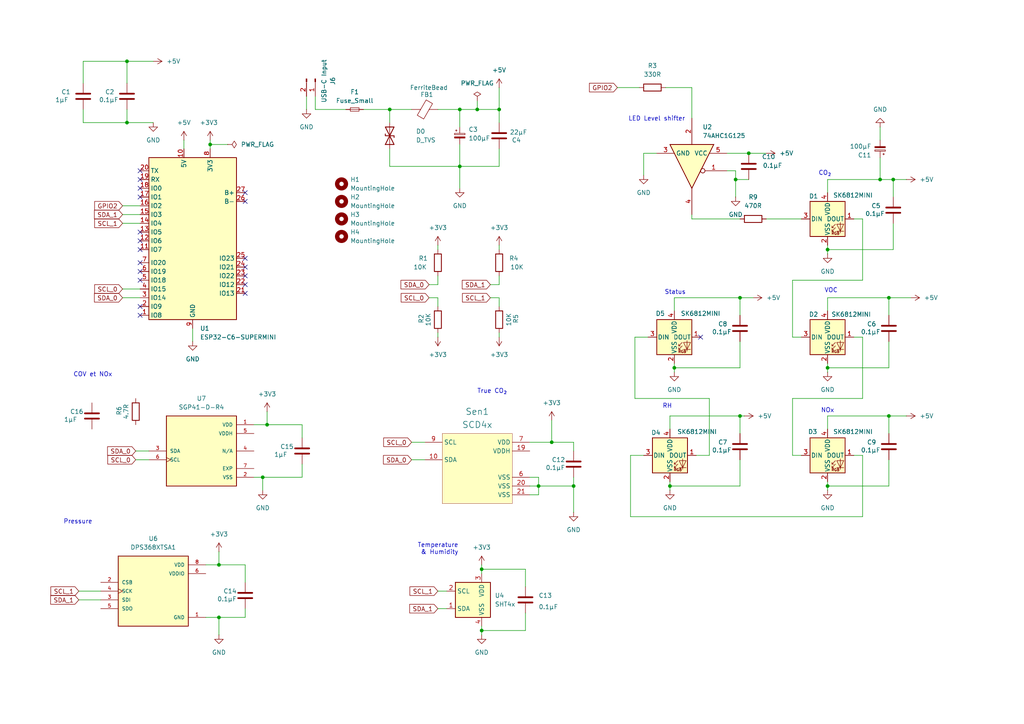
<source format=kicad_sch>
(kicad_sch (version 20250114) (generator "eeschema") (generator_version "9.0")
  (paper "A4")
  (lib_symbols
    (symbol "74xGxx:74AHC1G125"
      (property "Reference" "U" (at -2.54 3.81 0))
      (property "Value" "74AHC1G125" (at 0 -3.81 0))
      (symbol "74AHC1G125_0_1"
        (polyline (pts (xy -7.62 6.35) (xy -7.62 -6.35) (xy 5.08 0) (xy -7.62 6.35)) (stroke (width 0.254)) (fill (type background)))
      )
      (symbol "74AHC1G125_1_1"
        (pin input line (at -15.24 0 0) (length 7.62) (name "~") (number "2"))
        (pin power_in line (at -5.08 10.16 270) (length 5.08) (name "VCC") (number "5"))
        (pin power_in line (at -5.08 -10.16 90) (length 5.08) (name "GND") (number "3"))
        (pin input inverted (at 0 10.16 270) (length 7.62) (name "~") (number "1"))
        (pin tri_state line (at 12.7 0 180) (length 7.62) (name "~") (number "4"))
      )
    )
    (symbol "Connector:Conn_01x02_Pin" (pin_names (offset 1.016) (hide yes))
      (property "Reference" "J" (at 0 2.54 0))
      (property "Value" "Conn_01x02_Pin" (at 0 -5.08 0))
      (symbol "Conn_01x02_Pin_1_1"
        (rectangle (start 0.8636 0.127) (end 0 -0.127) (stroke (width 0.1524)) (fill (type outline)))
        (rectangle (start 0.8636 -2.413) (end 0 -2.667) (stroke (width 0.1524)) (fill (type outline)))
        (polyline (pts (xy 1.27 0) (xy 0.8636 0)) (stroke (width 0.1524)))
        (polyline (pts (xy 1.27 -2.54) (xy 0.8636 -2.54)) (stroke (width 0.1524)))
        (pin passive line (at 5.08 0 180) (length 3.81) (name "Pin_1") (number "1"))
        (pin passive line (at 5.08 -2.54 180) (length 3.81) (name "Pin_2") (number "2"))
      )
    )
    (symbol "DPS368XTSA1:DPS368XTSA1" (pin_names (offset 1.016))
      (property "Reference" "U" (at -10.16 10.922 0))
      (property "Value" "DPS368XTSA1" (at -10.16 -12.7 0))
      (symbol "DPS368XTSA1_0_0"
        (rectangle (start -10.16 -10.16) (end 10.16 10.16) (stroke (width 0.254)) (fill (type background)))
        (pin input line (at -15.24 2.54 0) (length 5.08) (name "CSB") (number "2"))
        (pin input clock (at -15.24 0 0) (length 5.08) (name "SCK") (number "4"))
        (pin input line (at -15.24 -2.54 0) (length 5.08) (name "SDI") (number "3"))
        (pin output line (at -15.24 -5.08 0) (length 5.08) (name "SDO") (number "5"))
        (pin power_in line (at 15.24 7.62 180) (length 5.08) (name "VDD") (number "8"))
        (pin power_in line (at 15.24 5.08 180) (length 5.08) (name "VDDIO") (number "6"))
        (pin power_in line (at 15.24 -7.62 180) (length 5.08) (name "GND") (number "1"))
        (pin power_in line (at 15.24 -7.62 180) (length 5.08) (hide yes) (name "GND") (number "7"))
      )
    )
    (symbol "Device:C" (pin_numbers (hide yes)) (pin_names (offset 0.254))
      (property "Reference" "C" (at 0.635 2.54 0))
      (property "Value" "C" (at 0.635 -2.54 0))
      (symbol "C_0_1"
        (polyline (pts (xy -2.032 0.762) (xy 2.032 0.762)) (stroke (width 0.508)))
        (polyline (pts (xy -2.032 -0.762) (xy 2.032 -0.762)) (stroke (width 0.508)))
      )
      (symbol "C_1_1"
        (pin passive line (at 0 3.81 270) (length 2.794) (name "~") (number "1"))
        (pin passive line (at 0 -3.81 90) (length 2.794) (name "~") (number "2"))
      )
    )
    (symbol "Device:C_Polarized_Small" (pin_numbers (hide yes)) (pin_names (offset 0.254) (hide yes))
      (property "Reference" "C" (at 0.254 1.778 0))
      (property "Value" "C_Polarized_Small" (at 0.254 -2.032 0))
      (symbol "C_Polarized_Small_0_1"
        (rectangle (start -1.524 0.6858) (end 1.524 0.3048))
        (rectangle (start -1.524 -0.3048) (end 1.524 -0.6858) (fill (type outline)))
        (polyline (pts (xy -1.27 1.524) (xy -0.762 1.524)))
        (polyline (pts (xy -1.016 1.27) (xy -1.016 1.778)))
      )
      (symbol "C_Polarized_Small_1_1"
        (pin passive line (at 0 2.54 270) (length 1.8542) (name "~") (number "1"))
        (pin passive line (at 0 -2.54 90) (length 1.8542) (name "~") (number "2"))
      )
    )
    (symbol "Device:D_TVS" (pin_numbers (hide yes)) (pin_names (offset 1.016) (hide yes))
      (property "Reference" "D" (at 0 2.54 0))
      (property "Value" "D_TVS" (at 0 -2.54 0))
      (symbol "D_TVS_0_1"
        (polyline (pts (xy -2.54 1.27) (xy -2.54 -1.27) (xy 2.54 1.27) (xy 2.54 -1.27) (xy -2.54 1.27)) (stroke (width 0.254)))
        (polyline (pts (xy 0.508 1.27) (xy 0 1.27) (xy 0 -1.27) (xy -0.508 -1.27)) (stroke (width 0.254)))
        (polyline (pts (xy 1.27 0) (xy -1.27 0)))
      )
      (symbol "D_TVS_1_1"
        (pin passive line (at -3.81 0 0) (length 2.54) (name "A1") (number "1"))
        (pin passive line (at 3.81 0 180) (length 2.54) (name "A2") (number "2"))
      )
    )
    (symbol "Device:FerriteBead" (pin_numbers (hide yes)) (pin_names (offset 0))
      (property "Reference" "FB" (at -3.81 0.635 90))
      (property "Value" "FerriteBead" (at 3.81 0 90))
      (symbol "FerriteBead_0_1"
        (polyline (pts (xy -2.7686 0.4064) (xy -1.7018 2.2606) (xy 2.7686 -0.3048) (xy 1.6764 -2.159) (xy -2.7686 0.4064)))
        (polyline (pts (xy 0 1.27) (xy 0 1.2954)))
        (polyline (pts (xy 0 -1.27) (xy 0 -1.2192)))
      )
      (symbol "FerriteBead_1_1"
        (pin passive line (at 0 3.81 270) (length 2.54) (name "~") (number "1"))
        (pin passive line (at 0 -3.81 90) (length 2.54) (name "~") (number "2"))
      )
    )
    (symbol "Device:Fuse_Small" (pin_numbers (hide yes)) (pin_names (offset 0.254) (hide yes))
      (property "Reference" "F" (at 0 -1.524 0))
      (property "Value" "Fuse_Small" (at 0 1.524 0))
      (symbol "Fuse_Small_0_1"
        (rectangle (start -1.27 0.508) (end 1.27 -0.508))
        (polyline (pts (xy -1.27 0) (xy 1.27 0)))
      )
      (symbol "Fuse_Small_1_1"
        (pin passive line (at -2.54 0 0) (length 1.27) (name "~") (number "1"))
        (pin passive line (at 2.54 0 180) (length 1.27) (name "~") (number "2"))
      )
    )
    (symbol "Device:R" (pin_numbers (hide yes)) (pin_names (offset 0))
      (property "Reference" "R" (at 2.032 0 90))
      (property "Value" "R" (at 0 0 90))
      (symbol "R_0_1"
        (rectangle (start -1.016 -2.54) (end 1.016 2.54) (stroke (width 0.254)))
      )
      (symbol "R_1_1"
        (pin passive line (at 0 3.81 270) (length 1.27) (name "~") (number "1"))
        (pin passive line (at 0 -3.81 90) (length 1.27) (name "~") (number "2"))
      )
    )
    (symbol "ESP32-C6FH4-SuperMini:ESP32-C6FH4-SuperMini"
      (symbol "ESP32-C6FH4-SuperMini_0_1"
        (rectangle (start -12.7 22.86) (end 12.7 -24.13) (stroke (width 0.254)) (fill (type background)))
      )
      (symbol "ESP32-C6FH4-SuperMini_1_1"
        (pin bidirectional line (at -15.24 19.05 0) (length 2.54) (name "TX") (number "20"))
        (pin bidirectional line (at -15.24 16.51 0) (length 2.54) (name "RX") (number "19"))
        (pin bidirectional line (at -15.24 13.97 0) (length 2.54) (name "IO0") (number "18"))
        (pin bidirectional line (at -15.24 11.43 0) (length 2.54) (name "IO1") (number "17"))
        (pin bidirectional line (at -15.24 8.89 0) (length 2.54) (name "IO2") (number "16"))
        (pin bidirectional line (at -15.24 6.35 0) (length 2.54) (name "IO3") (number "15"))
        (pin bidirectional line (at -15.24 3.81 0) (length 2.54) (name "IO4") (number "14"))
        (pin bidirectional line (at -15.24 1.27 0) (length 2.54) (name "IO5") (number "13"))
        (pin bidirectional line (at -15.24 -1.27 0) (length 2.54) (name "IO6") (number "12"))
        (pin bidirectional line (at -15.24 -3.81 0) (length 2.54) (name "IO7") (number "11"))
        (pin bidirectional line (at -15.24 -7.62 0) (length 2.54) (name "IO20") (number "7"))
        (pin bidirectional line (at -15.24 -10.16 0) (length 2.54) (name "IO19") (number "6"))
        (pin bidirectional line (at -15.24 -12.7 0) (length 2.54) (name "IO18") (number "5"))
        (pin bidirectional line (at -15.24 -15.24 0) (length 2.54) (name "IO15") (number "4"))
        (pin bidirectional line (at -15.24 -17.78 0) (length 2.54) (name "IO14") (number "3"))
        (pin bidirectional line (at -15.24 -20.32 0) (length 2.54) (name "IO9") (number "2"))
        (pin bidirectional line (at -15.24 -22.86 0) (length 2.54) (name "IO8") (number "1"))
        (pin power_in line (at -2.54 25.4 270) (length 2.54) (name "5V") (number "10"))
        (pin power_out line (at 0 -26.67 90) (length 2.54) (name "GND") (number "9"))
        (pin passive line (at 5.08 25.4 270) (length 2.54) (name "3V3") (number "8"))
        (pin bidirectional line (at 15.24 12.7 180) (length 2.54) (name "B+") (number "27"))
        (pin bidirectional line (at 15.24 10.16 180) (length 2.54) (name "B-") (number "26"))
        (pin bidirectional line (at 15.24 -6.35 180) (length 2.54) (name "IO23") (number "25"))
        (pin bidirectional line (at 15.24 -8.89 180) (length 2.54) (name "IO21") (number "24"))
        (pin bidirectional line (at 15.24 -11.43 180) (length 2.54) (name "IO22") (number "23"))
        (pin bidirectional line (at 15.24 -13.97 180) (length 2.54) (name "IO12") (number "22"))
        (pin bidirectional line (at 15.24 -16.51 180) (length 2.54) (name "IO13") (number "21"))
      )
    )
    (symbol "LED:SK6812MINI" (pin_names (offset 0.254))
      (property "Reference" "D" (at 5.08 5.715 0))
      (property "Value" "SK6812MINI" (at 1.27 -5.715 0))
      (symbol "SK6812MINI_0_0"
        (text "RGB" (at 2.286 -4.191 0) (effects (font (size 0.762 0.762))))
      )
      (symbol "SK6812MINI_0_1"
        (polyline (pts (xy 1.27 -2.54) (xy 1.778 -2.54)))
        (polyline (pts (xy 1.27 -3.556) (xy 1.778 -3.556)))
        (polyline (pts (xy 2.286 -1.524) (xy 1.27 -2.54) (xy 1.27 -2.032)))
        (polyline (pts (xy 2.286 -2.54) (xy 1.27 -3.556) (xy 1.27 -3.048)))
        (polyline (pts (xy 3.683 -1.016) (xy 3.683 -3.556) (xy 3.683 -4.064)))
        (polyline (pts (xy 4.699 -1.524) (xy 2.667 -1.524) (xy 3.683 -3.556) (xy 4.699 -1.524)))
        (polyline (pts (xy 4.699 -3.556) (xy 2.667 -3.556)))
        (rectangle (start 5.08 5.08) (end -5.08 -5.08) (stroke (width 0.254)) (fill (type background)))
      )
      (symbol "SK6812MINI_1_1"
        (pin input line (at -7.62 0 0) (length 2.54) (name "DIN") (number "3"))
        (pin power_in line (at 0 7.62 270) (length 2.54) (name "VDD") (number "4"))
        (pin power_in line (at 0 -7.62 90) (length 2.54) (name "VSS") (number "2"))
        (pin output line (at 7.62 0 180) (length 2.54) (name "DOUT") (number "1"))
      )
    )
    (symbol "Mechanical:MountingHole" (pin_names (offset 1.016)) (in_bom no)
      (property "Reference" "H" (at 0 5.08 0))
      (property "Value" "MountingHole" (at 0 3.175 0))
      (symbol "MountingHole_0_1"
        (circle (center 0 0) (radius 1.27) (stroke (width 1.27)))
      )
    )
    (symbol "SCD41-D-R1:SCD4x"
      (property "Reference" "Sen" (at -1.27 1.27 0))
      (property "Value" "SCD4x" (at -1.27 -3.81 0))
      (symbol "SCD4x_1_0"
        (rectangle (start 10.16 10.16) (end -10.16 -10.16) (stroke (width 0.0254) (color 128 0 0 1)) (fill (type background)))
        (pin input line (at -15.24 7.62 0) (length 5.08) (name "SCL") (number "9"))
        (pin bidirectional line (at -15.24 2.54 0) (length 5.08) (name "SDA") (number "10"))
        (pin power_in line (at 15.24 7.62 180) (length 5.08) (name "VDD") (number "7"))
        (pin power_in line (at 15.24 5.08 180) (length 5.08) (name "VDDH") (number "19"))
        (pin power_in line (at 15.24 -2.54 180) (length 5.08) (name "VSS") (number "6"))
        (pin power_in line (at 15.24 -5.08 180) (length 5.08) (name "VSS") (number "20"))
        (pin power_in line (at 15.24 -7.62 180) (length 5.08) (name "VSS") (number "21"))
      )
    )
    (symbol "SGP41-D-R4:SGP41-D-R4" (pin_names (offset 1.016))
      (property "Reference" "U" (at -10.16 10.922 0))
      (property "Value" "SGP41-D-R4" (at -10.16 -10.922 0))
      (symbol "SGP41-D-R4_0_0"
        (rectangle (start -10.16 -10.16) (end 10.16 10.16) (stroke (width 0.254)) (fill (type background)))
        (pin bidirectional line (at -15.24 0 0) (length 5.08) (name "SDA") (number "3"))
        (pin bidirectional clock (at -15.24 -2.54 0) (length 5.08) (name "SCL") (number "6"))
        (pin power_in line (at 15.24 7.62 180) (length 5.08) (name "VDD") (number "1"))
        (pin power_in line (at 15.24 5.08 180) (length 5.08) (name "VDDH") (number "5"))
        (pin passive line (at 15.24 0 180) (length 5.08) (name "N/A") (number "4"))
        (pin power_in line (at 15.24 -5.08 180) (length 5.08) (name "EXP") (number "7"))
        (pin power_in line (at 15.24 -7.62 180) (length 5.08) (name "VSS") (number "2"))
      )
    )
    (symbol "Sensor_Humidity:SHT4x"
      (property "Reference" "U" (at 0 8.89 0))
      (property "Value" "SHT4x" (at 0 6.35 0))
      (symbol "SHT4x_1_1"
        (rectangle (start -5.08 5.08) (end 5.08 -5.08) (stroke (width 0.254)) (fill (type background)))
        (pin input line (at -7.62 2.54 0) (length 2.54) (name "SCL") (number "2"))
        (pin bidirectional line (at -7.62 -2.54 0) (length 2.54) (name "SDA") (number "1"))
        (pin power_in line (at 2.54 7.62 270) (length 2.54) (name "VDD") (number "3"))
        (pin power_in line (at 2.54 -7.62 90) (length 2.54) (name "VSS") (number "4"))
      )
    )
    (symbol "power:+3V3" (power) (pin_numbers (hide yes)) (pin_names (offset 0) (hide yes))
      (property "Value" "+3V3" (at 0 3.556 0))
      (symbol "+3V3_0_1"
        (polyline (pts (xy -0.762 1.27) (xy 0 2.54)))
        (polyline (pts (xy 0 2.54) (xy 0.762 1.27)))
        (polyline (pts (xy 0 0) (xy 0 2.54)))
      )
      (symbol "+3V3_1_1"
        (pin power_in line (at 0 0 90) (length 0) (name "~") (number "1"))
      )
    )
    (symbol "power:+5V" (power) (pin_numbers (hide yes)) (pin_names (offset 0) (hide yes))
      (property "Value" "+5V" (at 0 3.556 0))
      (symbol "+5V_0_1"
        (polyline (pts (xy -0.762 1.27) (xy 0 2.54)))
        (polyline (pts (xy 0 2.54) (xy 0.762 1.27)))
        (polyline (pts (xy 0 0) (xy 0 2.54)))
      )
      (symbol "+5V_1_1"
        (pin power_in line (at 0 0 90) (length 0) (name "~") (number "1"))
      )
    )
    (symbol "power:GND" (power) (pin_numbers (hide yes)) (pin_names (offset 0) (hide yes))
      (property "Value" "GND" (at 0 -3.81 0))
      (symbol "GND_0_1"
        (polyline (pts (xy 0 0) (xy 0 -1.27) (xy 1.27 -1.27) (xy 0 -2.54) (xy -1.27 -1.27) (xy 0 -1.27)))
      )
      (symbol "GND_1_1"
        (pin power_in line (at 0 0 270) (length 0) (name "~") (number "1"))
      )
    )
    (symbol "power:PWR_FLAG" (power) (pin_numbers (hide yes)) (pin_names (offset 0) (hide yes))
      (property "Value" "PWR_FLAG" (at 0 3.81 0))
      (symbol "PWR_FLAG_0_0"
        (pin power_out line (at 0 0 90) (length 0) (name "~") (number "1"))
      )
      (symbol "PWR_FLAG_0_1"
        (polyline (pts (xy 0 0) (xy 0 1.27) (xy -1.016 1.905) (xy 0 2.54) (xy 1.016 1.905) (xy 0 1.27)))
      )
    )
  )
  (text "VOC" (at 241.046 84.328 0) (effects (font (size 1.27 1.27))))
  (text "Pressure" (at 22.606 151.384 0) (effects (font (size 1.27 1.27))))
  (text "True CO₂" (at 142.748 113.538 0) (effects (font (size 1.27 1.27))))
  (text "Temperature \n& Humidity" (at 127.508 159.258 0) (effects (font (size 1.27 1.27))))
  (text "LED Level shifter" (at 190.5 34.544 0) (effects (font (size 1.27 1.27))))
  (text "CO₂" (at 239.268 50.292 0) (effects (font (size 1.27 1.27))))
  (text "Status" (at 195.834 84.836 0) (effects (font (size 1.27 1.27))))
  (text "RH" (at 193.548 117.856 0) (effects (font (size 1.27 1.27))))
  (text "NOx" (at 240.03 119.126 0) (effects (font (size 1.27 1.27))))
  (text "COV et NOx" (at 26.924 108.712 0) (effects (font (size 1.27 1.27))))
  (junction (at 166.37 140.97))
  (junction (at 139.7 182.88))
  (junction (at 195.58 106.68))
  (junction (at 133.35 31.75))
  (junction (at 60.96 41.91))
  (junction (at 160.02 128.27))
  (junction (at 36.83 17.78))
  (junction (at 77.47 123.19))
  (junction (at 156.21 140.97))
  (junction (at 133.35 48.26))
  (junction (at 139.7 165.1))
  (junction (at 138.43 31.75))
  (junction (at 36.83 35.56))
  (junction (at 240.03 106.68))
  (junction (at 113.03 31.75))
  (junction (at 194.31 140.97))
  (junction (at 214.63 120.65))
  (junction (at 257.81 120.65))
  (junction (at 255.27 52.07))
  (junction (at 259.08 52.07))
  (junction (at 63.5 163.83))
  (junction (at 240.03 140.97))
  (junction (at 257.81 86.36))
  (junction (at 240.03 72.39))
  (junction (at 214.63 86.36))
  (junction (at 76.2 138.43))
  (junction (at 144.78 31.75))
  (junction (at 213.36 52.07))
  (junction (at 217.17 44.45))
  (junction (at 63.5 179.07))
  (no_connect (at 40.64 72.39))
  (no_connect (at 40.64 88.9))
  (no_connect (at 71.12 74.93))
  (no_connect (at 71.12 77.47))
  (no_connect (at 40.64 69.85))
  (no_connect (at 71.12 80.01))
  (no_connect (at 40.64 76.2))
  (no_connect (at 71.12 58.42))
  (no_connect (at 40.64 49.53))
  (no_connect (at 71.12 82.55))
  (no_connect (at 40.64 52.07))
  (no_connect (at 40.64 54.61))
  (no_connect (at 71.12 55.88))
  (no_connect (at 40.64 78.74))
  (no_connect (at 40.64 91.44))
  (no_connect (at 40.64 81.28))
  (no_connect (at 71.12 85.09))
  (no_connect (at 40.64 57.15))
  (no_connect (at 203.2 97.79))
  (no_connect (at 40.64 67.31))
  (wire (pts (xy 153.67 143.51) (xy 156.21 143.51)))
  (wire (pts (xy 153.67 138.43) (xy 156.21 138.43)))
  (wire (pts (xy 39.37 133.35) (xy 43.18 133.35)))
  (wire (pts (xy 144.78 31.75) (xy 138.43 31.75)))
  (wire (pts (xy 138.43 29.21) (xy 138.43 31.75)))
  (wire (pts (xy 133.35 36.83) (xy 133.35 31.75)))
  (wire (pts (xy 166.37 140.97) (xy 166.37 148.59)))
  (wire (pts (xy 205.74 115.57) (xy 184.15 115.57)))
  (wire (pts (xy 232.41 97.79) (xy 229.87 97.79)))
  (wire (pts (xy 257.81 86.36) (xy 264.16 86.36)))
  (wire (pts (xy 213.36 49.53) (xy 213.36 52.07)))
  (wire (pts (xy 160.02 128.27) (xy 160.02 121.92)))
  (wire (pts (xy 257.81 140.97) (xy 240.03 140.97)))
  (wire (pts (xy 210.82 49.53) (xy 213.36 49.53)))
  (wire (pts (xy 214.63 133.35) (xy 214.63 140.97)))
  (wire (pts (xy 144.78 80.01) (xy 144.78 82.55)))
  (wire (pts (xy 91.44 27.94) (xy 91.44 31.75)))
  (wire (pts (xy 201.93 132.08) (xy 205.74 132.08)))
  (wire (pts (xy 240.03 106.68) (xy 240.03 107.95)))
  (wire (pts (xy 182.88 132.08) (xy 186.69 132.08)))
  (wire (pts (xy 259.08 52.07) (xy 262.89 52.07)))
  (wire (pts (xy 63.5 179.07) (xy 63.5 184.15)))
  (wire (pts (xy 184.15 97.79) (xy 187.96 97.79)))
  (wire (pts (xy 87.63 127) (xy 87.63 123.19)))
  (wire (pts (xy 119.38 128.27) (xy 123.19 128.27)))
  (wire (pts (xy 247.65 97.79) (xy 250.19 97.79)))
  (wire (pts (xy 156.21 138.43) (xy 156.21 140.97)))
  (wire (pts (xy 133.35 41.91) (xy 133.35 48.26)))
  (wire (pts (xy 139.7 182.88) (xy 139.7 181.61)))
  (wire (pts (xy 240.03 120.65) (xy 257.81 120.65)))
  (wire (pts (xy 36.83 17.78) (xy 44.45 17.78)))
  (wire (pts (xy 214.63 120.65) (xy 214.63 125.73)))
  (wire (pts (xy 73.66 123.19) (xy 77.47 123.19)))
  (wire (pts (xy 144.78 35.56) (xy 144.78 31.75)))
  (wire (pts (xy 194.31 139.7) (xy 194.31 140.97)))
  (wire (pts (xy 139.7 165.1) (xy 152.4 165.1)))
  (wire (pts (xy 195.58 86.36) (xy 214.63 86.36)))
  (wire (pts (xy 257.81 120.65) (xy 262.89 120.65)))
  (wire (pts (xy 138.43 31.75) (xy 133.35 31.75)))
  (wire (pts (xy 194.31 120.65) (xy 194.31 124.46)))
  (wire (pts (xy 166.37 138.43) (xy 166.37 140.97)))
  (wire (pts (xy 113.03 48.26) (xy 133.35 48.26)))
  (wire (pts (xy 133.35 54.61) (xy 133.35 48.26)))
  (wire (pts (xy 255.27 45.72) (xy 255.27 52.07)))
  (wire (pts (xy 153.67 128.27) (xy 160.02 128.27)))
  (wire (pts (xy 195.58 106.68) (xy 195.58 107.95)))
  (wire (pts (xy 250.19 149.86) (xy 182.88 149.86)))
  (wire (pts (xy 240.03 124.46) (xy 240.03 120.65)))
  (wire (pts (xy 250.19 63.5) (xy 247.65 63.5)))
  (wire (pts (xy 152.4 177.8) (xy 152.4 182.88)))
  (wire (pts (xy 152.4 165.1) (xy 152.4 170.18)))
  (wire (pts (xy 39.37 130.81) (xy 43.18 130.81)))
  (wire (pts (xy 200.66 25.4) (xy 200.66 34.29)))
  (wire (pts (xy 127 96.52) (xy 127 97.79)))
  (wire (pts (xy 24.13 35.56) (xy 24.13 31.75)))
  (wire (pts (xy 257.81 106.68) (xy 240.03 106.68)))
  (wire (pts (xy 240.03 52.07) (xy 255.27 52.07)))
  (wire (pts (xy 105.41 31.75) (xy 113.03 31.75)))
  (wire (pts (xy 144.78 86.36) (xy 144.78 88.9)))
  (wire (pts (xy 36.83 35.56) (xy 24.13 35.56)))
  (wire (pts (xy 182.88 149.86) (xy 182.88 132.08)))
  (wire (pts (xy 240.03 105.41) (xy 240.03 106.68)))
  (wire (pts (xy 133.35 48.26) (xy 144.78 48.26)))
  (wire (pts (xy 152.4 182.88) (xy 139.7 182.88)))
  (wire (pts (xy 63.5 163.83) (xy 63.5 160.02)))
  (wire (pts (xy 35.56 86.36) (xy 40.64 86.36)))
  (wire (pts (xy 139.7 182.88) (xy 139.7 184.15)))
  (wire (pts (xy 214.63 106.68) (xy 195.58 106.68)))
  (wire (pts (xy 127 176.53) (xy 129.54 176.53)))
  (wire (pts (xy 190.5 44.45) (xy 186.69 44.45)))
  (wire (pts (xy 113.03 31.75) (xy 113.03 35.56)))
  (wire (pts (xy 240.03 140.97) (xy 240.03 142.24)))
  (wire (pts (xy 240.03 72.39) (xy 240.03 73.66)))
  (wire (pts (xy 222.25 63.5) (xy 232.41 63.5)))
  (wire (pts (xy 71.12 168.91) (xy 71.12 163.83)))
  (wire (pts (xy 257.81 86.36) (xy 257.81 91.44)))
  (wire (pts (xy 142.24 86.36) (xy 144.78 86.36)))
  (wire (pts (xy 66.04 41.91) (xy 60.96 41.91)))
  (wire (pts (xy 255.27 36.83) (xy 255.27 40.64)))
  (wire (pts (xy 87.63 123.19) (xy 77.47 123.19)))
  (wire (pts (xy 22.86 171.45) (xy 29.21 171.45)))
  (wire (pts (xy 257.81 125.73) (xy 257.81 120.65)))
  (wire (pts (xy 36.83 31.75) (xy 36.83 35.56)))
  (wire (pts (xy 240.03 86.36) (xy 257.81 86.36)))
  (wire (pts (xy 71.12 179.07) (xy 63.5 179.07)))
  (wire (pts (xy 217.17 44.45) (xy 222.25 44.45)))
  (wire (pts (xy 210.82 44.45) (xy 217.17 44.45)))
  (wire (pts (xy 213.36 52.07) (xy 217.17 52.07)))
  (wire (pts (xy 250.19 132.08) (xy 250.19 149.86)))
  (wire (pts (xy 250.19 81.28) (xy 250.19 63.5)))
  (wire (pts (xy 195.58 105.41) (xy 195.58 106.68)))
  (wire (pts (xy 127 80.01) (xy 127 82.55)))
  (wire (pts (xy 166.37 130.81) (xy 166.37 128.27)))
  (wire (pts (xy 144.78 25.4) (xy 144.78 31.75)))
  (wire (pts (xy 124.46 86.36) (xy 127 86.36)))
  (wire (pts (xy 240.03 139.7) (xy 240.03 140.97)))
  (wire (pts (xy 214.63 86.36) (xy 214.63 91.44)))
  (wire (pts (xy 240.03 72.39) (xy 259.08 72.39)))
  (wire (pts (xy 255.27 52.07) (xy 259.08 52.07)))
  (wire (pts (xy 229.87 115.57) (xy 229.87 132.08)))
  (wire (pts (xy 24.13 17.78) (xy 36.83 17.78)))
  (wire (pts (xy 139.7 163.83) (xy 139.7 165.1)))
  (wire (pts (xy 195.58 90.17) (xy 195.58 86.36)))
  (wire (pts (xy 36.83 17.78) (xy 36.83 24.13)))
  (wire (pts (xy 144.78 71.12) (xy 144.78 72.39)))
  (wire (pts (xy 240.03 55.88) (xy 240.03 52.07)))
  (wire (pts (xy 119.38 133.35) (xy 123.19 133.35)))
  (wire (pts (xy 127 86.36) (xy 127 88.9)))
  (wire (pts (xy 144.78 96.52) (xy 144.78 97.79)))
  (wire (pts (xy 229.87 81.28) (xy 250.19 81.28)))
  (wire (pts (xy 144.78 82.55) (xy 142.24 82.55)))
  (wire (pts (xy 229.87 132.08) (xy 232.41 132.08)))
  (wire (pts (xy 214.63 86.36) (xy 218.44 86.36)))
  (wire (pts (xy 200.66 63.5) (xy 200.66 62.23)))
  (wire (pts (xy 214.63 99.06) (xy 214.63 106.68)))
  (wire (pts (xy 194.31 120.65) (xy 214.63 120.65)))
  (wire (pts (xy 35.56 59.69) (xy 40.64 59.69)))
  (wire (pts (xy 247.65 132.08) (xy 250.19 132.08)))
  (wire (pts (xy 205.74 115.57) (xy 205.74 132.08)))
  (wire (pts (xy 124.46 82.55) (xy 127 82.55)))
  (wire (pts (xy 73.66 138.43) (xy 76.2 138.43)))
  (wire (pts (xy 200.66 63.5) (xy 214.63 63.5)))
  (wire (pts (xy 257.81 133.35) (xy 257.81 140.97)))
  (wire (pts (xy 71.12 163.83) (xy 63.5 163.83)))
  (wire (pts (xy 35.56 62.23) (xy 40.64 62.23)))
  (wire (pts (xy 87.63 138.43) (xy 76.2 138.43)))
  (wire (pts (xy 127 31.75) (xy 133.35 31.75)))
  (wire (pts (xy 60.96 40.64) (xy 60.96 41.91)))
  (wire (pts (xy 166.37 140.97) (xy 156.21 140.97)))
  (wire (pts (xy 53.34 40.64) (xy 53.34 43.18)))
  (wire (pts (xy 156.21 143.51) (xy 156.21 140.97)))
  (wire (pts (xy 88.9 27.94) (xy 88.9 31.75)))
  (wire (pts (xy 71.12 176.53) (xy 71.12 179.07)))
  (wire (pts (xy 166.37 128.27) (xy 160.02 128.27)))
  (wire (pts (xy 60.96 41.91) (xy 60.96 43.18)))
  (wire (pts (xy 240.03 71.12) (xy 240.03 72.39)))
  (wire (pts (xy 250.19 97.79) (xy 250.19 115.57)))
  (wire (pts (xy 259.08 57.15) (xy 259.08 52.07)))
  (wire (pts (xy 127 171.45) (xy 129.54 171.45)))
  (wire (pts (xy 35.56 64.77) (xy 40.64 64.77)))
  (wire (pts (xy 229.87 97.79) (xy 229.87 81.28)))
  (wire (pts (xy 194.31 140.97) (xy 194.31 142.24)))
  (wire (pts (xy 184.15 115.57) (xy 184.15 97.79)))
  (wire (pts (xy 87.63 134.62) (xy 87.63 138.43)))
  (wire (pts (xy 215.9 120.65) (xy 214.63 120.65)))
  (wire (pts (xy 44.45 35.56) (xy 36.83 35.56)))
  (wire (pts (xy 259.08 64.77) (xy 259.08 72.39)))
  (wire (pts (xy 156.21 140.97) (xy 153.67 140.97)))
  (wire (pts (xy 186.69 44.45) (xy 186.69 50.8)))
  (wire (pts (xy 179.07 25.4) (xy 185.42 25.4)))
  (wire (pts (xy 213.36 52.07) (xy 213.36 57.15)))
  (wire (pts (xy 139.7 166.37) (xy 139.7 165.1)))
  (wire (pts (xy 257.81 99.06) (xy 257.81 106.68)))
  (wire (pts (xy 193.04 25.4) (xy 200.66 25.4)))
  (wire (pts (xy 76.2 138.43) (xy 76.2 142.24)))
  (wire (pts (xy 240.03 90.17) (xy 240.03 86.36)))
  (wire (pts (xy 59.69 163.83) (xy 63.5 163.83)))
  (wire (pts (xy 250.19 115.57) (xy 229.87 115.57)))
  (wire (pts (xy 91.44 31.75) (xy 100.33 31.75)))
  (wire (pts (xy 113.03 43.18) (xy 113.03 48.26)))
  (wire (pts (xy 77.47 123.19) (xy 77.47 119.38)))
  (wire (pts (xy 127 71.12) (xy 127 72.39)))
  (wire (pts (xy 55.88 95.25) (xy 55.88 99.06)))
  (wire (pts (xy 35.56 83.82) (xy 40.64 83.82)))
  (wire (pts (xy 24.13 24.13) (xy 24.13 17.78)))
  (wire (pts (xy 214.63 140.97) (xy 194.31 140.97)))
  (wire (pts (xy 144.78 43.18) (xy 144.78 48.26)))
  (wire (pts (xy 59.69 179.07) (xy 63.5 179.07)))
  (wire (pts (xy 22.86 173.99) (xy 29.21 173.99)))
  (wire (pts (xy 113.03 31.75) (xy 119.38 31.75)))
  (global_label "SCL_1" (shape input) (at 142.24 86.36 180) (property "Intersheetrefs" "${INTERSHEET_REFS}" (effects (hide yes))))
  (global_label "SDA_0" (shape input) (at 39.37 130.81 180) (property "Intersheetrefs" "${INTERSHEET_REFS}" (effects (hide yes))))
  (global_label "SCL_0" (shape input) (at 119.38 128.27 180) (property "Intersheetrefs" "${INTERSHEET_REFS}" (effects (hide yes))))
  (global_label "SDA_0" (shape input) (at 35.56 86.36 180) (property "Intersheetrefs" "${INTERSHEET_REFS}" (effects (hide yes))))
  (global_label "SCL_1" (shape input) (at 22.86 171.45 180) (property "Intersheetrefs" "${INTERSHEET_REFS}" (effects (hide yes))))
  (global_label "SDA_1" (shape input) (at 22.86 173.99 180) (property "Intersheetrefs" "${INTERSHEET_REFS}" (effects (hide yes))))
  (global_label "SDA_1" (shape input) (at 35.56 62.23 180) (property "Intersheetrefs" "${INTERSHEET_REFS}" (effects (hide yes))))
  (global_label "GPIO2" (shape input) (at 35.56 59.69 180) (property "Intersheetrefs" "${INTERSHEET_REFS}" (effects (hide yes))))
  (global_label "SCL_1" (shape input) (at 35.56 64.77 180) (property "Intersheetrefs" "${INTERSHEET_REFS}" (effects (hide yes))))
  (global_label "SCL_1" (shape input) (at 127 171.45 180) (property "Intersheetrefs" "${INTERSHEET_REFS}" (effects (hide yes))))
  (global_label "SDA_1" (shape input) (at 142.24 82.55 180) (property "Intersheetrefs" "${INTERSHEET_REFS}" (effects (hide yes))))
  (global_label "GPIO2" (shape input) (at 179.07 25.4 180) (property "Intersheetrefs" "${INTERSHEET_REFS}" (effects (hide yes))))
  (global_label "SDA_0" (shape input) (at 119.38 133.35 180) (property "Intersheetrefs" "${INTERSHEET_REFS}" (effects (hide yes))))
  (global_label "SCL_0" (shape input) (at 35.56 83.82 180) (property "Intersheetrefs" "${INTERSHEET_REFS}" (effects (hide yes))))
  (global_label "SCL_0" (shape input) (at 39.37 133.35 180) (property "Intersheetrefs" "${INTERSHEET_REFS}" (effects (hide yes))))
  (global_label "SDA_0" (shape input) (at 124.46 82.55 180) (property "Intersheetrefs" "${INTERSHEET_REFS}" (effects (hide yes))))
  (global_label "SCL_0" (shape input) (at 124.46 86.36 180) (property "Intersheetrefs" "${INTERSHEET_REFS}" (effects (hide yes))))
  (global_label "SDA_1" (shape input) (at 127 176.53 180) (property "Intersheetrefs" "${INTERSHEET_REFS}" (effects (hide yes))))
  (symbol (lib_id "power:+5V") (at 218.44 86.36 270) (unit 1)
    (property "Reference" "#PWR041" (effects (hide yes)))
    (property "Value" "+5V" (at 222.25 86.3599 90) (effects (justify left)))
    (property "Description" "Power symbol creates a global label with name \"+5V\"" (effects (hide yes)))
  )
  (symbol (lib_id "74xGxx:74AHC1G125") (at 200.66 49.53 270) (unit 1)
    (property "Reference" "U2" (at 203.7781 36.83 90) (effects (justify left)))
    (property "Value" "74AHC1G125" (at 203.7781 39.37 90) (effects (justify left)))
    (property "Footprint" "Package_TO_SOT_SMD:SOT-23-5" (effects (hide yes)))
    (property "Datasheet" "http://www.ti.com/lit/sg/scyt129e/scyt129e.pdf" (effects (hide yes)))
    (property "Description" "Single Buffer Gate Tri-State, Low-Voltage CMOS" (effects (hide yes)))
  )
  (symbol (lib_id "Sensor_Humidity:SHT4x") (at 137.16 173.99 0) (unit 1)
    (property "Reference" "U4" (at 143.51 172.7199 0) (effects (justify left)))
    (property "Value" "SHT4x" (at 143.51 175.2599 0) (effects (justify left)))
    (property "Footprint" "Sensor_Humidity:Sensirion_DFN-4_1.5x1.5mm_P0.8mm_SHT4x_NoCentralPad" (effects (hide yes)))
    (property "Datasheet" "https://sensirion.com/media/documents/33FD6951/624C4357/Datasheet_SHT4x.pdf" (effects (hide yes)))
    (property "Description" "Digital Humidity and Temperature Sensor, ±1%RH, ±0.1°C, I2C, 1.08-3.6V, 16bit, DFN-4" (effects (hide yes)))
  )
  (symbol (lib_id "power:GND") (at 195.58 107.95 0) (unit 1)
    (property "Reference" "#PWR039" (effects (hide yes)))
    (property "Value" "GND" (at 195.58 113.03 0))
    (property "Description" "Power symbol creates a global label with name \"GND\" , ground" (effects (hide yes)))
  )
  (symbol (lib_id "Device:R") (at 39.37 119.38 0) (unit 1)
    (property "Reference" "R6" (at 34.544 119.126 90))
    (property "Value" "4.7R" (at 36.576 119.38 90))
    (property "Footprint" "Resistor_SMD:R_0805_2012Metric" (effects (hide yes)))
    (property "Description" "Resistor" (effects (hide yes)))
  )
  (symbol (lib_id "power:GND") (at 55.88 99.06 0) (unit 1)
    (property "Reference" "#PWR09" (effects (hide yes)))
    (property "Value" "GND" (at 55.88 104.14 0))
    (property "Description" "Power symbol creates a global label with name \"GND\" , ground" (effects (hide yes)))
  )
  (symbol (lib_id "Device:R") (at 189.23 25.4 90) (unit 1)
    (property "Reference" "R3" (at 189.23 19.05 90))
    (property "Value" "330R" (at 189.23 21.59 90))
    (property "Footprint" "Resistor_SMD:R_0805_2012Metric" (effects (hide yes)))
    (property "Description" "Resistor" (effects (hide yes)))
  )
  (symbol (lib_id "Device:C") (at 26.67 120.65 0) (unit 1)
    (property "Reference" "C16" (at 20.32 119.38 0) (effects (justify left)))
    (property "Value" "1µF" (at 18.542 121.666 0) (effects (justify left)))
    (property "Footprint" "Capacitor_SMD:C_0805_2012Metric" (effects (hide yes)))
    (property "Description" "Unpolarized capacitor" (effects (hide yes)))
  )
  (symbol (lib_id "power:GND") (at 76.2 142.24 0) (unit 1)
    (property "Reference" "#PWR018" (effects (hide yes)))
    (property "Value" "GND" (at 76.2 147.32 0))
    (property "Description" "Power symbol creates a global label with name \"GND\" , ground" (effects (hide yes)))
  )
  (symbol (lib_id "power:+5V") (at 264.16 86.36 270) (unit 1)
    (property "Reference" "#PWR036" (effects (hide yes)))
    (property "Value" "+5V" (at 267.97 86.3599 90) (effects (justify left)))
    (property "Description" "Power symbol creates a global label with name \"+5V\"" (effects (hide yes)))
  )
  (symbol (lib_id "Mechanical:MountingHole") (at 99.06 63.5 0) (unit 1) (in_bom no)
    (property "Reference" "H3" (at 101.6 62.2299 0) (effects (justify left)))
    (property "Value" "MountingHole" (at 101.6 64.7699 0) (effects (justify left)))
    (property "Footprint" "MountingHole:MountingHole_2.2mm_M2" (effects (hide yes)))
    (property "Description" "Mounting Hole without connection" (effects (hide yes)))
  )
  (symbol (lib_id "power:GND") (at 139.7 184.15 0) (unit 1)
    (property "Reference" "#PWR017" (effects (hide yes)))
    (property "Value" "GND" (at 139.7 189.23 0))
    (property "Description" "Power symbol creates a global label with name \"GND\" , ground" (effects (hide yes)))
  )
  (symbol (lib_id "power:GND") (at 133.35 54.61 0) (unit 1)
    (property "Reference" "#PWR026" (effects (hide yes)))
    (property "Value" "GND" (at 133.35 59.69 0))
    (property "Description" "Power symbol creates a global label with name \"GND\" , ground" (effects (hide yes)))
  )
  (symbol (lib_id "power:GND") (at 186.69 50.8 0) (unit 1)
    (property "Reference" "#PWR035" (effects (hide yes)))
    (property "Value" "GND" (at 186.69 55.88 0))
    (property "Description" "Power symbol creates a global label with name \"GND\" , ground" (effects (hide yes)))
  )
  (symbol (lib_id "power:+3V3") (at 127 71.12 0) (unit 1)
    (property "Reference" "#PWR01" (effects (hide yes)))
    (property "Value" "+3V3" (at 127 66.04 0))
    (property "Description" "Power symbol creates a global label with name \"+3V3\"" (effects (hide yes)))
  )
  (symbol (lib_id "power:+5V") (at 144.78 25.4 0) (unit 1)
    (property "Reference" "#PWR027" (effects (hide yes)))
    (property "Value" "+5V" (at 144.78 20.32 0))
    (property "Description" "Power symbol creates a global label with name \"+5V\"" (effects (hide yes)))
  )
  (symbol (lib_id "Device:C") (at 71.12 172.72 0) (unit 1)
    (property "Reference" "C14" (at 64.77 171.45 0) (effects (justify left)))
    (property "Value" "0.1µF" (at 62.992 173.736 0) (effects (justify left)))
    (property "Footprint" "Capacitor_SMD:C_0805_2012Metric" (effects (hide yes)))
    (property "Description" "Unpolarized capacitor" (effects (hide yes)))
  )
  (symbol (lib_id "Device:C_Polarized_Small") (at 133.35 39.37 0) (unit 1)
    (property "Reference" "C3" (at 135.89 37.5538 0) (effects (justify left)))
    (property "Value" "100µF" (at 135.89 40.0938 0) (effects (justify left)))
    (property "Footprint" "Capacitor_SMD:CP_Elec_6.3x5.9" (effects (hide yes)))
    (property "Description" "Polarized capacitor, small symbol" (effects (hide yes)))
  )
  (symbol (lib_id "Device:C") (at 24.13 27.94 0) (unit 1)
    (property "Reference" "C1" (at 17.78 26.67 0) (effects (justify left)))
    (property "Value" "1µF" (at 16.002 28.956 0) (effects (justify left)))
    (property "Footprint" "Capacitor_SMD:C_0805_2012Metric" (effects (hide yes)))
    (property "Description" "Unpolarized capacitor" (effects (hide yes)))
  )
  (symbol (lib_id "Device:C") (at 214.63 95.25 0) (unit 1)
    (property "Reference" "C8" (at 208.28 93.98 0) (effects (justify left)))
    (property "Value" "0.1µF" (at 206.502 96.266 0) (effects (justify left)))
    (property "Footprint" "Capacitor_SMD:C_0805_2012Metric" (effects (hide yes)))
    (property "Description" "Unpolarized capacitor" (effects (hide yes)))
  )
  (symbol (lib_id "power:+3V3") (at 144.78 97.79 0) (mirror x) (unit 1)
    (property "Reference" "#PWR012" (effects (hide yes)))
    (property "Value" "+3V3" (at 144.78 102.87 0))
    (property "Description" "Power symbol creates a global label with name \"+3V3\"" (effects (hide yes)))
  )
  (symbol (lib_id "Connector:Conn_01x02_Pin") (at 91.44 22.86 270) (unit 1)
    (property "Reference" "J6" (at 96.52 23.495 0))
    (property "Value" "USB-C Input" (at 93.98 23.495 0))
    (property "Footprint" "Connector_PinHeader_2.54mm:PinHeader_1x02_P2.54mm_Vertical" (effects (hide yes)))
    (property "Description" "Generic connector, single row, 01x02, script generated" (effects (hide yes)))
  )
  (symbol (lib_id "power:GND") (at 240.03 107.95 0) (unit 1)
    (property "Reference" "#PWR031" (effects (hide yes)))
    (property "Value" "GND" (at 240.03 113.03 0))
    (property "Description" "Power symbol creates a global label with name \"GND\" , ground" (effects (hide yes)))
  )
  (symbol (lib_id "Device:R") (at 127 76.2 0) (unit 1)
    (property "Reference" "R1" (at 121.412 74.93 0) (effects (justify left)))
    (property "Value" "10K" (at 119.888 77.47 0) (effects (justify left)))
    (property "Footprint" "Resistor_SMD:R_0805_2012Metric" (effects (hide yes)))
    (property "Description" "Resistor" (effects (hide yes)))
  )
  (symbol (lib_id "Device:C") (at 259.08 60.96 0) (unit 1)
    (property "Reference" "C5" (at 252.73 59.69 0) (effects (justify left)))
    (property "Value" "0.1µF" (at 250.952 61.976 0) (effects (justify left)))
    (property "Footprint" "Capacitor_SMD:C_0805_2012Metric" (effects (hide yes)))
    (property "Description" "Unpolarized capacitor" (effects (hide yes)))
  )
  (symbol (lib_id "power:GND") (at 88.9 31.75 0) (unit 1)
    (property "Reference" "#PWR014" (effects (hide yes)))
    (property "Value" "GND" (at 88.9 36.83 0))
    (property "Description" "Power symbol creates a global label with name \"GND\" , ground" (effects (hide yes)))
  )
  (symbol (lib_id "Mechanical:MountingHole") (at 99.06 58.42 0) (unit 1) (in_bom no)
    (property "Reference" "H2" (at 101.6 57.1499 0) (effects (justify left)))
    (property "Value" "MountingHole" (at 101.6 59.6899 0) (effects (justify left)))
    (property "Footprint" "MountingHole:MountingHole_2.2mm_M2" (effects (hide yes)))
    (property "Description" "Mounting Hole without connection" (effects (hide yes)))
  )
  (symbol (lib_id "Device:C_Polarized_Small") (at 255.27 43.18 180) (unit 1)
    (property "Reference" "C11" (at 252.73 44.9962 0) (effects (justify left)))
    (property "Value" "100µF" (at 252.73 42.4562 0) (effects (justify left)))
    (property "Footprint" "Capacitor_SMD:CP_Elec_6.3x5.9" (effects (hide yes)))
    (property "Description" "Polarized capacitor, small symbol" (effects (hide yes)))
  )
  (symbol (lib_id "LED:SK6812MINI") (at 240.03 97.79 0) (unit 1)
    (property "Reference" "D2" (at 235.966 91.186 0))
    (property "Value" "SK6812MINI" (at 246.888 91.186 0))
    (property "Footprint" "esp32-h2-supermini:LED_SK6812MINI_PLCC4_3.5x3.5mm_P1.75mm" (effects (hide yes)))
    (property "Datasheet" "https://cdn-shop.adafruit.com/product-files/2686/SK6812MINI_REV.01-1-2.pdf" (effects (hide yes)))
    (property "Description" "RGB LED with integrated controller" (effects (hide yes)))
  )
  (symbol (lib_id "power:+5V") (at 262.89 120.65 270) (unit 1)
    (property "Reference" "#PWR042" (effects (hide yes)))
    (property "Value" "+5V" (at 266.7 120.6499 90) (effects (justify left)))
    (property "Description" "Power symbol creates a global label with name \"+5V\"" (effects (hide yes)))
  )
  (symbol (lib_id "SCD41-D-R1:SCD4x") (at 138.43 135.89 0) (unit 1)
    (property "Reference" "Sen1" (at 138.43 119.38 0) (effects (font (size 1.8288 1.8288))))
    (property "Value" "SCD4x" (at 138.43 123.19 0) (effects (font (size 1.8288 1.8288))))
    (property "Footprint" "Sensor:Sensirion_SCD4x-1EP_10.1x10.1mm_P1.25mm_EP4.8x4.8mm" (effects (hide yes)))
  )
  (symbol (lib_id "Mechanical:MountingHole") (at 99.06 53.34 0) (unit 1) (in_bom no)
    (property "Reference" "H1" (at 101.6 52.0699 0) (effects (justify left)))
    (property "Value" "MountingHole" (at 101.6 54.6099 0) (effects (justify left)))
    (property "Footprint" "MountingHole:MountingHole_2.2mm_M2" (effects (hide yes)))
    (property "Description" "Mounting Hole without connection" (effects (hide yes)))
  )
  (symbol (lib_id "LED:SK6812MINI") (at 195.58 97.79 0) (unit 1)
    (property "Reference" "D5" (at 191.516 90.932 0))
    (property "Value" "SK6812MINI" (at 203.2 90.932 0))
    (property "Footprint" "esp32-h2-supermini:LED_SK6812MINI_PLCC4_3.5x3.5mm_P1.75mm" (effects (hide yes)))
    (property "Datasheet" "https://cdn-shop.adafruit.com/product-files/2686/SK6812MINI_REV.01-1-2.pdf" (effects (hide yes)))
    (property "Description" "RGB LED with integrated controller" (effects (hide yes)))
  )
  (symbol (lib_id "power:PWR_FLAG") (at 138.43 29.21 0) (unit 1)
    (property "Reference" "#FLG01" (effects (hide yes)))
    (property "Value" "PWR_FLAG" (at 138.43 24.13 0))
    (property "Description" "Special symbol for telling ERC where power comes from" (effects (hide yes)))
  )
  (symbol (lib_id "Device:C") (at 87.63 130.81 0) (unit 1)
    (property "Reference" "C15" (at 81.28 129.54 0) (effects (justify left)))
    (property "Value" "1µF" (at 79.502 131.826 0) (effects (justify left)))
    (property "Footprint" "Capacitor_SMD:C_0805_2012Metric" (effects (hide yes)))
    (property "Description" "Unpolarized capacitor" (effects (hide yes)))
  )
  (symbol (lib_id "power:GND") (at 194.31 142.24 0) (unit 1)
    (property "Reference" "#PWR032" (effects (hide yes)))
    (property "Value" "GND" (at 194.31 147.32 0))
    (property "Description" "Power symbol creates a global label with name \"GND\" , ground" (effects (hide yes)))
  )
  (symbol (lib_id "Device:C") (at 144.78 39.37 180) (unit 1)
    (property "Reference" "C4" (at 151.13 40.64 0) (effects (justify left)))
    (property "Value" "22µF" (at 152.908 38.354 0) (effects (justify left)))
    (property "Footprint" "Capacitor_SMD:C_0805_2012Metric" (effects (hide yes)))
    (property "Description" "Unpolarized capacitor" (effects (hide yes)))
  )
  (symbol (lib_id "Device:FerriteBead") (at 123.19 31.75 270) (unit 1)
    (property "Reference" "FB1" (at 121.92 27.432 90) (effects (justify left)))
    (property "Value" "FerriteBead" (at 118.872 25.4 90) (effects (justify left)))
    (property "Footprint" "Inductor_SMD:L_1206_3216Metric" (effects (hide yes)))
    (property "Description" "Ferrite bead" (effects (hide yes)))
  )
  (symbol (lib_id "Device:Fuse_Small") (at 102.87 31.75 0) (unit 1)
    (property "Reference" "F1" (at 102.87 26.67 0))
    (property "Value" "Fuse_Small" (at 102.87 29.21 0))
    (property "Footprint" "Fuse:Fuse_1206_3216Metric" (effects (hide yes)))
    (property "Description" "Fuse, small symbol" (effects (hide yes)))
  )
  (symbol (lib_id "power:GND") (at 166.37 148.59 0) (unit 1)
    (property "Reference" "#PWR016" (effects (hide yes)))
    (property "Value" "GND" (at 166.37 153.67 0))
    (property "Description" "Power symbol creates a global label with name \"GND\" , ground" (effects (hide yes)))
  )
  (symbol (lib_id "power:GND") (at 213.36 57.15 0) (unit 1)
    (property "Reference" "#PWR03" (effects (hide yes)))
    (property "Value" "GND" (at 213.36 62.23 0))
    (property "Description" "Power symbol creates a global label with name \"GND\" , ground" (effects (hide yes)))
  )
  (symbol (lib_id "Device:C") (at 217.17 48.26 0) (unit 1)
    (property "Reference" "C10" (at 220.98 45.466 0) (effects (justify left)))
    (property "Value" "0.1µF" (at 221.234 48.006 0) (effects (justify left)))
    (property "Footprint" "Capacitor_SMD:C_0805_2012Metric" (effects (hide yes)))
    (property "Description" "Unpolarized capacitor" (effects (hide yes)))
  )
  (symbol (lib_id "power:+3V3") (at 127 97.79 180) (unit 1)
    (property "Reference" "#PWR02" (effects (hide yes)))
    (property "Value" "+3V3" (at 127 102.87 0))
    (property "Description" "Power symbol creates a global label with name \"+3V3\"" (effects (hide yes)))
  )
  (symbol (lib_id "Device:R") (at 144.78 92.71 0) (mirror y) (unit 1)
    (property "Reference" "R5" (at 149.606 92.456 90))
    (property "Value" "10K" (at 147.574 92.71 90))
    (property "Footprint" "Resistor_SMD:R_0805_2012Metric" (effects (hide yes)))
    (property "Description" "Resistor" (effects (hide yes)))
  )
  (symbol (lib_id "Device:C") (at 36.83 27.94 0) (unit 1)
    (property "Reference" "C2" (at 30.48 26.67 0) (effects (justify left)))
    (property "Value" "0.1µF" (at 28.702 28.956 0) (effects (justify left)))
    (property "Footprint" "Capacitor_SMD:C_0805_2012Metric" (effects (hide yes)))
    (property "Description" "Unpolarized capacitor" (effects (hide yes)))
  )
  (symbol (lib_id "Device:C") (at 257.81 129.54 0) (unit 1)
    (property "Reference" "C9" (at 251.46 128.27 0) (effects (justify left)))
    (property "Value" "0.1µF" (at 249.682 130.556 0) (effects (justify left)))
    (property "Footprint" "Capacitor_SMD:C_0805_2012Metric" (effects (hide yes)))
    (property "Description" "Unpolarized capacitor" (effects (hide yes)))
  )
  (symbol (lib_id "Mechanical:MountingHole") (at 99.06 68.58 0) (unit 1) (in_bom no)
    (property "Reference" "H4" (at 101.6 67.3099 0) (effects (justify left)))
    (property "Value" "MountingHole" (at 101.6 69.8499 0) (effects (justify left)))
    (property "Footprint" "MountingHole:MountingHole_2.2mm_M2" (effects (hide yes)))
    (property "Description" "Mounting Hole without connection" (effects (hide yes)))
  )
  (symbol (lib_id "power:GND") (at 63.5 184.15 0) (unit 1)
    (property "Reference" "#PWR021" (effects (hide yes)))
    (property "Value" "GND" (at 63.5 189.23 0))
    (property "Description" "Power symbol creates a global label with name \"GND\" , ground" (effects (hide yes)))
  )
  (symbol (lib_id "Device:C") (at 152.4 173.99 0) (unit 1)
    (property "Reference" "C13" (at 156.21 172.72 0) (effects (justify left)))
    (property "Value" "0.1µF" (at 156.21 176.022 0) (effects (justify left)))
    (property "Footprint" "Capacitor_SMD:C_0805_2012Metric" (effects (hide yes)))
    (property "Description" "Unpolarized capacitor" (effects (hide yes)))
  )
  (symbol (lib_id "Device:R") (at 144.78 76.2 0) (mirror y) (unit 1)
    (property "Reference" "R4" (at 150.368 74.93 0) (effects (justify left)))
    (property "Value" "10K" (at 151.892 77.47 0) (effects (justify left)))
    (property "Footprint" "Resistor_SMD:R_0805_2012Metric" (effects (hide yes)))
    (property "Description" "Resistor" (effects (hide yes)))
  )
  (symbol (lib_id "Device:R") (at 127 92.71 0) (unit 1)
    (property "Reference" "R2" (at 122.174 92.456 90))
    (property "Value" "10K" (at 124.206 92.71 90))
    (property "Footprint" "Resistor_SMD:R_0805_2012Metric" (effects (hide yes)))
    (property "Description" "Resistor" (effects (hide yes)))
  )
  (symbol (lib_id "LED:SK6812MINI") (at 240.03 132.08 0) (unit 1)
    (property "Reference" "D3" (at 235.712 125.222 0))
    (property "Value" "SK6812MINI" (at 247.396 125.222 0))
    (property "Footprint" "esp32-h2-supermini:LED_SK6812MINI_PLCC4_3.5x3.5mm_P1.75mm" (effects (hide yes)))
    (property "Datasheet" "https://cdn-shop.adafruit.com/product-files/2686/SK6812MINI_REV.01-1-2.pdf" (effects (hide yes)))
    (property "Description" "RGB LED with integrated controller" (effects (hide yes)))
  )
  (symbol (lib_id "power:PWR_FLAG") (at 66.04 41.91 270) (unit 1)
    (property "Reference" "#FLG02" (effects (hide yes)))
    (property "Value" "PWR_FLAG" (at 69.85 41.9099 90) (effects (justify left)))
    (property "Description" "Special symbol for telling ERC where power comes from" (effects (hide yes)))
  )
  (symbol (lib_id "power:+5V") (at 215.9 120.65 270) (unit 1)
    (property "Reference" "#PWR034" (effects (hide yes)))
    (property "Value" "+5V" (at 219.71 120.6499 90) (effects (justify left)))
    (property "Description" "Power symbol creates a global label with name \"+5V\"" (effects (hide yes)))
  )
  (symbol (lib_id "Device:D_TVS") (at 113.03 39.37 90) (unit 1)
    (property "Reference" "D0" (at 120.65 38.0999 90) (effects (justify right)))
    (property "Value" "D_TVS" (at 120.65 40.6399 90) (effects (justify right)))
    (property "Footprint" "Diode_SMD:D_SMB" (effects (hide yes)))
    (property "Description" "Bidirectional transient-voltage-suppression diode" (effects (hide yes)))
  )
  (symbol (lib_id "LED:SK6812MINI") (at 194.31 132.08 0) (unit 1)
    (property "Reference" "D4" (at 190.246 125.476 0))
    (property "Value" "SK6812MINI" (at 202.184 125.222 0))
    (property "Footprint" "esp32-h2-supermini:LED_SK6812MINI_PLCC4_3.5x3.5mm_P1.75mm" (effects (hide yes)))
    (property "Datasheet" "https://cdn-shop.adafruit.com/product-files/2686/SK6812MINI_REV.01-1-2.pdf" (effects (hide yes)))
    (property "Description" "RGB LED with integrated controller" (effects (hide yes)))
  )
  (symbol (lib_id "power:+3V3") (at 63.5 160.02 0) (unit 1)
    (property "Reference" "#PWR020" (effects (hide yes)))
    (property "Value" "+3V3" (at 63.5 154.94 0))
    (property "Description" "Power symbol creates a global label with name \"+3V3\"" (effects (hide yes)))
  )
  (symbol (lib_id "LED:SK6812MINI") (at 240.03 63.5 0) (unit 1)
    (property "Reference" "D1" (at 235.966 56.896 0))
    (property "Value" "SK6812MINI" (at 247.396 56.642 0))
    (property "Footprint" "esp32-h2-supermini:LED_SK6812MINI_PLCC4_3.5x3.5mm_P1.75mm" (effects (hide yes)))
    (property "Datasheet" "https://cdn-shop.adafruit.com/product-files/2686/SK6812MINI_REV.01-1-2.pdf" (effects (hide yes)))
    (property "Description" "RGB LED with integrated controller" (effects (hide yes)))
  )
  (symbol (lib_id "power:GND") (at 240.03 73.66 0) (unit 1)
    (property "Reference" "#PWR030" (effects (hide yes)))
    (property "Value" "GND" (at 240.03 78.74 0))
    (property "Description" "Power symbol creates a global label with name \"GND\" , ground" (effects (hide yes)))
  )
  (symbol (lib_id "power:GND") (at 44.45 35.56 0) (unit 1)
    (property "Reference" "#PWR07" (effects (hide yes)))
    (property "Value" "GND" (at 44.45 40.64 0))
    (property "Description" "Power symbol creates a global label with name \"GND\" , ground" (effects (hide yes)))
  )
  (symbol (lib_id "power:+3V3") (at 77.47 119.38 0) (unit 1)
    (property "Reference" "#PWR019" (effects (hide yes)))
    (property "Value" "+3V3" (at 77.47 114.3 0))
    (property "Description" "Power symbol creates a global label with name \"+3V3\"" (effects (hide yes)))
  )
  (symbol (lib_id "ESP32-C6FH4-SuperMini:ESP32-C6FH4-SuperMini") (at 55.88 68.58 0) (unit 1)
    (property "Reference" "U1" (at 58.0233 95.25 0) (effects (justify left)))
    (property "Value" "ESP32-C6-SUPERMINI" (at 58.0233 97.79 0) (effects (justify left)))
    (property "Footprint" "esp32-h2-supermini:ESP32C6-Supermini" (effects (hide yes)))
    (property "Datasheet" "https://www.espressif.com/sites/default/files/documentation/esp32-h2_datasheet_en.pdf" (effects (hide yes)))
    (property "Description" "\"RF Module, ESP32-H2 SoC, Bluetooth 5.2 (LE), IEEE 802.15.4, 32-bit, 3.3V, SMD, onboard antenna.\"" (effects (hide yes)))
  )
  (symbol (lib_id "power:+5V") (at 222.25 44.45 270) (unit 1)
    (property "Reference" "#PWR04" (effects (hide yes)))
    (property "Value" "+5V" (at 226.06 44.4499 90) (effects (justify left)))
    (property "Description" "Power symbol creates a global label with name \"+5V\"" (effects (hide yes)))
  )
  (symbol (lib_id "Device:R") (at 218.44 63.5 90) (unit 1)
    (property "Reference" "R9" (at 218.44 57.15 90))
    (property "Value" "470R" (at 218.44 59.69 90))
    (property "Footprint" "Resistor_SMD:R_0805_2012Metric" (effects (hide yes)))
    (property "Description" "Resistor" (effects (hide yes)))
  )
  (symbol (lib_id "power:+3V3") (at 160.02 121.92 0) (unit 1)
    (property "Reference" "#PWR013" (effects (hide yes)))
    (property "Value" "+3V3" (at 160.02 116.84 0))
    (property "Description" "Power symbol creates a global label with name \"+3V3\"" (effects (hide yes)))
  )
  (symbol (lib_id "DPS368XTSA1:DPS368XTSA1") (at 44.45 171.45 0) (unit 1)
    (property "Reference" "U6" (at 44.45 156.21 0))
    (property "Value" "DPS368XTSA1" (at 44.45 158.75 0))
    (property "Footprint" "DPS368XTSA1:XDCR_DPS368XTSA1" (effects (hide yes)))
    (property "MF" "Infineon Technologies" (effects (hide yes)))
    (property "DESCRIPTION" "Package dimensions: 8-pin LGA, 2.0 x 2.5 x 1.1 mm3 | Operation range: Pressure: 3001200 hPa Temperature: -4085C | Precision: 0.002 hPa _or 0.02 m_ | Rel. accuracy: 0.06 hPa _or 0.5 m_ | Abs. accuracy: 1 hPa _or 8 m_ | Temperature accuracy: 0.5C | Avg. current consumption: 1.7 A_pressure measurement_ @1Hzsampling rate, standby: 0.5 A. | Integrated FIFO | Interface: I2C and SPI_both with optional interrupt_" (effects (hide yes)))
    (property "PACKAGE" "VFLGA-8 Infineon Technologies" (effects (hide yes)))
    (property "PRICE" "None" (effects (hide yes)))
    (property "Package" "VFLGA-8 Infineon Technologies" (effects (hide yes)))
    (property "Check_prices" "https://www.snapeda.com/parts/DPS368XTSA1/Infineon/view-part/?ref=eda" (effects (hide yes)))
    (property "Price" "None" (effects (hide yes)))
    (property "SnapEDA_Link" "https://www.snapeda.com/parts/DPS368XTSA1/Infineon/view-part/?ref=snap" (effects (hide yes)))
    (property "MP" "DPS368XTSA1" (effects (hide yes)))
    (property "Availability" "In Stock" (effects (hide yes)))
    (property "AVAILABILITY" "Unavailable" (effects (hide yes)))
    (property "Description_1" "Package dimensions: 8-pin LGA, 2.0 x 2.5 x 1.1 mm3 | Operation range: Pressure: 3001200 hPa Temperature: -4085C | Precision: 0.002 hPa (or 0.02 m" (effects (hide yes)))
  )
  (symbol (lib_id "SGP41-D-R4:SGP41-D-R4") (at 58.42 130.81 0) (unit 1)
    (property "Reference" "U7" (at 58.42 115.57 0))
    (property "Value" "SGP41-D-R4" (at 58.42 118.11 0))
    (property "Footprint" "SGP41-D-R4:XDCR_SGP41-D-R4" (effects (hide yes)))
    (property "MF" "Sensirion" (effects (hide yes)))
    (property "MAXIMUM_PACKAGE_HEIGHT" "0.95 mm" (effects (hide yes)))
    (property "Package" "None" (effects (hide yes)))
    (property "Price" "None" (effects (hide yes)))
    (property "Check_prices" "https://www.snapeda.com/parts/SGP41-D-R4/Sensirion/view-part/?ref=eda" (effects (hide yes)))
    (property "STANDARD" "Manufacturer Recommendations" (effects (hide yes)))
    (property "PARTREV" "1.0" (effects (hide yes)))
    (property "SnapEDA_Link" "https://www.snapeda.com/parts/SGP41-D-R4/Sensirion/view-part/?ref=snap" (effects (hide yes)))
    (property "MP" "SGP41-D-R4" (effects (hide yes)))
    (property "Purchase-URL" "https://www.snapeda.com/api/url_track_click_mouser/?unipart_id=9815038&manufacturer=Sensirion&part_name=SGP41-D-R4&search_term=sgp41" (effects (hide yes)))
    (property "Description_1" "Air Quality Sensor VOC and NOx Gas Sensor 3.3V 6-Pin DFN EP" (effects (hide yes)))
    (property "Availability" "In Stock" (effects (hide yes)))
    (property "MANUFACTURER" "Sensirion" (effects (hide yes)))
  )
  (symbol (lib_id "power:+5V") (at 262.89 52.07 270) (unit 1)
    (property "Reference" "#PWR033" (effects (hide yes)))
    (property "Value" "+5V" (at 266.7 52.0699 90) (effects (justify left)))
    (property "Description" "Power symbol creates a global label with name \"+5V\"" (effects (hide yes)))
  )
  (symbol (lib_id "power:GND") (at 255.27 36.83 180) (unit 1)
    (property "Reference" "#PWR05" (effects (hide yes)))
    (property "Value" "GND" (at 255.27 31.75 0))
    (property "Description" "Power symbol creates a global label with name \"GND\" , ground" (effects (hide yes)))
  )
  (symbol (lib_id "power:+3V3") (at 139.7 163.83 0) (unit 1)
    (property "Reference" "#PWR015" (effects (hide yes)))
    (property "Value" "+3V3" (at 139.7 158.75 0))
    (property "Description" "Power symbol creates a global label with name \"+3V3\"" (effects (hide yes)))
  )
  (symbol (lib_id "Device:C") (at 166.37 134.62 0) (unit 1)
    (property "Reference" "C12" (at 160.02 133.35 0) (effects (justify left)))
    (property "Value" "0.1µF" (at 158.242 135.636 0) (effects (justify left)))
    (property "Footprint" "Capacitor_SMD:C_0805_2012Metric" (effects (hide yes)))
    (property "Description" "Unpolarized capacitor" (effects (hide yes)))
  )
  (symbol (lib_id "power:+3V3") (at 144.78 71.12 0) (mirror y) (unit 1)
    (property "Reference" "#PWR011" (effects (hide yes)))
    (property "Value" "+3V3" (at 144.78 66.04 0))
    (property "Description" "Power symbol creates a global label with name \"+3V3\"" (effects (hide yes)))
  )
  (symbol (lib_id "Device:C") (at 257.81 95.25 0) (unit 1)
    (property "Reference" "C6" (at 251.46 93.98 0) (effects (justify left)))
    (property "Value" "0.1µF" (at 249.682 96.266 0) (effects (justify left)))
    (property "Footprint" "Capacitor_SMD:C_0805_2012Metric" (effects (hide yes)))
    (property "Description" "Unpolarized capacitor" (effects (hide yes)))
  )
  (symbol (lib_id "power:+5V") (at 44.45 17.78 270) (unit 1)
    (property "Reference" "#PWR06" (effects (hide yes)))
    (property "Value" "+5V" (at 48.26 17.7799 90) (effects (justify left)))
    (property "Description" "Power symbol creates a global label with name \"+5V\"" (effects (hide yes)))
  )
  (symbol (lib_id "power:+3V3") (at 60.96 40.64 0) (unit 1)
    (property "Reference" "#PWR010" (effects (hide yes)))
    (property "Value" "+3V3" (at 57.912 35.56 0) (effects (justify left)))
    (property "Description" "Power symbol creates a global label with name \"+3V3\"" (effects (hide yes)))
  )
  (symbol (lib_id "power:GND") (at 240.03 142.24 0) (unit 1)
    (property "Reference" "#PWR040" (effects (hide yes)))
    (property "Value" "GND" (at 240.03 147.32 0))
    (property "Description" "Power symbol creates a global label with name \"GND\" , ground" (effects (hide yes)))
  )
  (symbol (lib_id "Device:C") (at 214.63 129.54 0) (unit 1)
    (property "Reference" "C7" (at 208.28 128.27 0) (effects (justify left)))
    (property "Value" "0.1µF" (at 206.502 130.556 0) (effects (justify left)))
    (property "Footprint" "Capacitor_SMD:C_0805_2012Metric" (effects (hide yes)))
    (property "Description" "Unpolarized capacitor" (effects (hide yes)))
  )
  (symbol (lib_id "power:+5V") (at 53.34 40.64 0) (unit 1)
    (property "Reference" "#PWR08" (effects (hide yes)))
    (property "Value" "+5V" (at 53.34 35.56 0))
    (property "Description" "Power symbol creates a global label with name \"+5V\"" (effects (hide yes)))
  )
)
</source>
